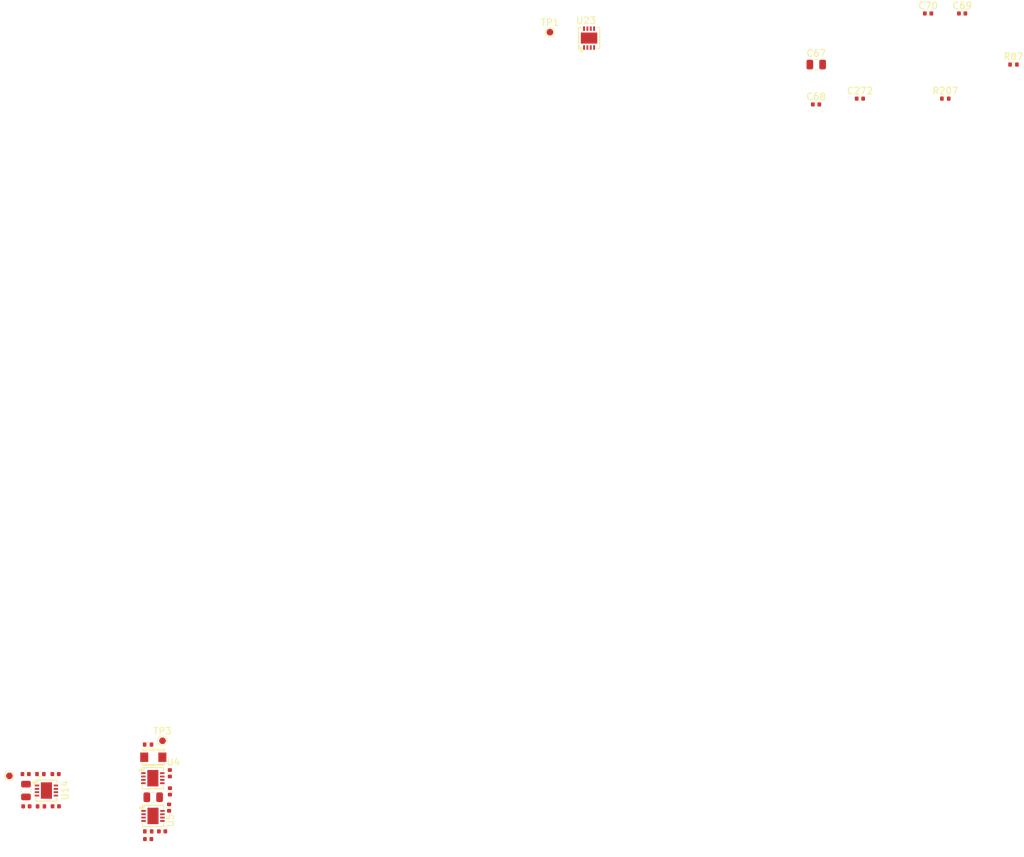
<source format=kicad_pcb>
(kicad_pcb (version 20221018) (generator pcbnew)
  (layers (0 "F.Cu" signal) (31 "B.Cu" signal) (34 "B.Paste" user) (35 "F.Paste" user) (36 "B.SilkS" user "B.Silkscreen") (37 "F.SilkS" user "F.Silkscreen") (38 "B.Mask" user) (39 "F.Mask" user) (44 "Edge.Cuts" user))
  (net 0 "")
  (net 1 "+1V8")
  (net 2 "GND")
  (net 3 "+1V5")
  (net 4 "Net-(U4-SET)")
  (net 5 "+3V3")
  (net 7 "+2V5")
  (net 9 "Net-(U14-SET)")
  (net 11 "+1V2")
  (net 12 "Net-(U23-SET)")
  (footprint "Capacitor_SMD:C_0402_1005Metric" (layer "F.Cu") (at 152.24 81.28)
    (fp_text reference "C272" (at 0 -1.16) (layer "F.SilkS"))
    (fp_text value "4.7n")
    (fp_line (start -0.107836 -0.36) (end 0.107836 -0.36) (stroke (width 0.12)) (layer "F.SilkS"))
    (fp_line (start -0.107836 0.36) (end 0.107836 0.36) (stroke (width 0.12)) (layer "F.SilkS"))
    (pad "1" smd roundrect (at -0.48 0) (size 0.56 0.62) (layers "F.Cu" "F.Paste" "F.Mask") (net 12 "Net-(U23-SET)"))
    (pad "2" smd roundrect (at 0.48 0) (size 0.56 0.62) (layers "F.Cu" "F.Paste" "F.Mask") (net 2 "GND"))
  )
  (footprint "Capacitor_SMD:C_0402_1005Metric" (layer "F.Cu") (at 46.14908 191.708465)
    (fp_text reference "C107" hide)
    (fp_text value "10n" hide)
    (fp_line (start -0.107836 -0.36) (end 0.107836 -0.36) (stroke (width 0.12)) (layer "F.SilkS"))
    (fp_line (start -0.107836 0.36) (end 0.107836 0.36) (stroke (width 0.12)) (layer "F.SilkS"))
    (pad "1" smd roundrect (at -0.48 0) (size 0.56 0.62) (layers "F.Cu" "F.Paste" "F.Mask") (net 4 "Net-(U4-SET)"))
    (pad "2" smd roundrect (at 0.48 0) (size 0.56 0.62) (layers "F.Cu" "F.Paste" "F.Mask") (net 2 "GND"))
  )
  (footprint "Capacitor_SMD:C_0805_2012Metric" (layer "F.Cu") (at 46.903202 185.470381)
    (fp_text reference "C136" hide)
    (fp_text value "47u" hide)
    (fp_line (start -0.261252 -0.735) (end 0.261252 -0.735) (stroke (width 0.12)) (layer "F.SilkS"))
    (fp_line (start -0.261252 0.735) (end 0.261252 0.735) (stroke (width 0.12)) (layer "F.SilkS"))
    (pad "1" smd roundrect (at -0.95 0) (size 1 1.45) (layers "F.Cu" "F.Paste" "F.Mask") (net 3 "+1V5"))
    (pad "2" smd roundrect (at 0.95 0) (size 1 1.45) (layers "F.Cu" "F.Paste" "F.Mask") (net 2 "GND"))
  )
  (footprint "Resistor_SMD:R_0402_1005Metric" (layer "F.Cu") (at 46.139357 177.616061)
    (fp_text reference "R20" hide)
    (fp_text value "1K" hide)
    (fp_line (start -0.153641 -0.38) (end 0.153641 -0.38) (stroke (width 0.12)) (layer "F.SilkS"))
    (fp_line (start -0.153641 0.38) (end 0.153641 0.38) (stroke (width 0.12)) (layer "F.SilkS"))
    (pad "1" smd roundrect (at -0.51 0) (size 0.54 0.64) (layers "F.Cu" "F.Paste" "F.Mask") (net 3 "+1V5"))
    (pad "2" smd roundrect (at 0.51 0) (size 0.54 0.64) (layers "F.Cu" "F.Paste" "F.Mask") (net 2 "GND"))
  )
  (footprint "Capacitor_SMD:C_0402_1005Metric" (layer "F.Cu") (at 28.005155 186.828565 180)
    (fp_text reference "C234" hide)
    (fp_text value "4.7n" hide)
    (fp_line (start -0.107836 -0.36) (end 0.107836 -0.36) (stroke (width 0.12)) (layer "F.SilkS"))
    (fp_line (start -0.107836 0.36) (end 0.107836 0.36) (stroke (width 0.12)) (layer "F.SilkS"))
    (pad "1" smd roundrect (at -0.48 0 180) (size 0.56 0.62) (layers "F.Cu" "F.Paste" "F.Mask") (net 9 "Net-(U14-SET)"))
    (pad "2" smd roundrect (at 0.48 0 180) (size 0.56 0.62) (layers "F.Cu" "F.Paste" "F.Mask") (net 2 "GND"))
  )
  (footprint "Capacitor_SMD:C_0402_1005Metric" (layer "F.Cu") (at 167.48 68.58)
    (fp_text reference "C69" (at 0 -1.16) (layer "F.SilkS"))
    (fp_text value "1u")
    (fp_line (start -0.107836 -0.36) (end 0.107836 -0.36) (stroke (width 0.12)) (layer "F.SilkS"))
    (fp_line (start -0.107836 0.36) (end 0.107836 0.36) (stroke (width 0.12)) (layer "F.SilkS"))
    (pad "1" smd roundrect (at -0.48 0) (size 0.56 0.62) (layers "F.Cu" "F.Paste" "F.Mask") (net 5 "+3V3"))
    (pad "2" smd roundrect (at 0.48 0) (size 0.56 0.62) (layers "F.Cu" "F.Paste" "F.Mask") (net 2 "GND"))
  )
  (footprint "Capacitor_SMD:C_0402_1005Metric" (layer "F.Cu") (at 145.706096 82.149422)
    (fp_text reference "C68" (at 0 -1.16) (layer "F.SilkS"))
    (fp_text value "2.2u")
    (fp_line (start -0.107836 -0.36) (end 0.107836 -0.36) (stroke (width 0.12)) (layer "F.SilkS"))
    (fp_line (start -0.107836 0.36) (end 0.107836 0.36) (stroke (width 0.12)) (layer "F.SilkS"))
    (pad "1" smd roundrect (at -0.48 0) (size 0.56 0.62) (layers "F.Cu" "F.Paste" "F.Mask") (net 11 "+1V2"))
    (pad "2" smd roundrect (at 0.48 0) (size 0.56 0.62) (layers "F.Cu" "F.Paste" "F.Mask") (net 2 "GND"))
  )
  (footprint "Resistor_SMD:R_0402_1005Metric" (layer "F.Cu") (at 30.179531 186.834608)
    (fp_text reference "R172" hide)
    (fp_text value "180K" hide)
    (fp_line (start -0.153641 -0.38) (end 0.153641 -0.38) (stroke (width 0.12)) (layer "F.SilkS"))
    (fp_line (start -0.153641 0.38) (end 0.153641 0.38) (stroke (width 0.12)) (layer "F.SilkS"))
    (pad "1" smd roundrect (at -0.51 0) (size 0.54 0.64) (layers "F.Cu" "F.Paste" "F.Mask") (net 9 "Net-(U14-SET)"))
    (pad "2" smd roundrect (at 0.51 0) (size 0.54 0.64) (layers "F.Cu" "F.Paste" "F.Mask") (net 2 "GND"))
  )
  (footprint "Capacitor_SMD:C_0402_1005Metric" (layer "F.Cu") (at 49.272728 187.015414 90)
    (fp_text reference "C8" hide)
    (fp_text value "1u" hide)
    (fp_line (start -0.107836 -0.36) (end 0.107836 -0.36) (stroke (width 0.12)) (layer "F.SilkS"))
    (fp_line (start -0.107836 0.36) (end 0.107836 0.36) (stroke (width 0.12)) (layer "F.SilkS"))
    (pad "1" smd roundrect (at -0.48 0 90) (size 0.56 0.62) (layers "F.Cu" "F.Paste" "F.Mask") (net 7 "+2V5"))
    (pad "2" smd roundrect (at 0.48 0 90) (size 0.56 0.62) (layers "F.Cu" "F.Paste" "F.Mask") (net 2 "GND"))
  )
  (footprint "TestPoint:TestPoint_Pad_D1.0mm" (layer "F.Cu") (at 48.291375 177.049574)
    (fp_text reference "TP3" (at 0 -1.448) (layer "F.SilkS"))
    (fp_text value "VCC1P5_DDR3" hide)
    (fp_circle (center 0 0) (end 0 0.7) (stroke (width 0.12)) (fill none) (layer "F.SilkS"))
    (pad "1" smd circle (at 0 0) (size 1 1) (layers "F.Cu" "F.Mask") (net 3 "+1V5"))
  )
  (footprint "Capacitor_SMD:C_0402_1005Metric" (layer "F.Cu") (at 162.4 68.58)
    (fp_text reference "C70" (at 0 -1.16) (layer "F.SilkS"))
    (fp_text value "1u")
    (fp_line (start -0.107836 -0.36) (end 0.107836 -0.36) (stroke (width 0.12)) (layer "F.SilkS"))
    (fp_line (start -0.107836 0.36) (end 0.107836 0.36) (stroke (width 0.12)) (layer "F.SilkS"))
    (pad "1" smd roundrect (at -0.48 0) (size 0.56 0.62) (layers "F.Cu" "F.Paste" "F.Mask") (net 7 "+2V5"))
    (pad "2" smd roundrect (at 0.48 0) (size 0.56 0.62) (layers "F.Cu" "F.Paste" "F.Mask") (net 2 "GND"))
  )
  (footprint "Resistor_SMD:R_0402_1005Metric" (layer "F.Cu") (at 164.97 81.28)
    (fp_text reference "R207" (at 0 -1.17) (layer "F.SilkS"))
    (fp_text value "2K")
    (fp_line (start -0.153641 -0.38) (end 0.153641 -0.38) (stroke (width 0.12)) (layer "F.SilkS"))
    (fp_line (start -0.153641 0.38) (end 0.153641 0.38) (stroke (width 0.12)) (layer "F.SilkS"))
    (pad "1" smd roundrect (at -0.51 0) (size 0.54 0.64) (layers "F.Cu" "F.Paste" "F.Mask") (net 12 "Net-(U23-SET)"))
    (pad "2" smd roundrect (at 0.51 0) (size 0.54 0.64) (layers "F.Cu" "F.Paste" "F.Mask") (net 2 "GND"))
  )
  (footprint "Resistor_SMD:R_0402_1005Metric" (layer "F.Cu") (at 30.094546 182.016375)
    (fp_text reference "R2" hide)
    (fp_text value "2K" hide)
    (fp_line (start -0.153641 -0.38) (end 0.153641 -0.38) (stroke (width 0.12)) (layer "F.SilkS"))
    (fp_line (start -0.153641 0.38) (end 0.153641 0.38) (stroke (width 0.12)) (layer "F.SilkS"))
    (pad "1" smd roundrect (at -0.51 0) (size 0.54 0.64) (layers "F.Cu" "F.Paste" "F.Mask") (net 1 "+1V8"))
    (pad "2" smd roundrect (at 0.51 0) (size 0.54 0.64) (layers "F.Cu" "F.Paste" "F.Mask") (net 2 "GND"))
  )
  (footprint "Capacitor_SMD:C_0402_1005Metric" (layer "F.Cu") (at 27.893292 182.016375 180)
    (fp_text reference "C54" hide)
    (fp_text value "2.2u" hide)
    (fp_line (start -0.107836 -0.36) (end 0.107836 -0.36) (stroke (width 0.12)) (layer "F.SilkS"))
    (fp_line (start -0.107836 0.36) (end 0.107836 0.36) (stroke (width 0.12)) (layer "F.SilkS"))
    (pad "1" smd roundrect (at -0.48 0 180) (size 0.56 0.62) (layers "F.Cu" "F.Paste" "F.Mask") (net 1 "+1V8"))
    (pad "2" smd roundrect (at 0.48 0 180) (size 0.56 0.62) (layers "F.Cu" "F.Paste" "F.Mask") (net 2 "GND"))
  )
  (footprint "TestPoint:TestPoint_Pad_D1.0mm" (layer "F.Cu") (at 25.466954 182.286192)
    (fp_text reference "TP2" hide)
    (fp_text value "VCC1P8" hide)
    (fp_circle (center 0 0) (end 0 0.7) (stroke (width 0.12)) (fill none) (layer "F.SilkS"))
    (pad "1" smd circle (at 0 0) (size 1 1) (layers "F.Cu" "F.Mask") (net 1 "+1V8"))
  )
  (footprint "LCSC:DFN-8_L3.0-W3.0-P0.50-BL-EP" (layer "F.Cu") (at 30.988198 184.469857 -90)
    (fp_text reference "U14" (at -0.018444 -2.778767 90) (layer "F.SilkS"))
    (fp_text value "LT3080EDD-PBF" hide)
    (fp_line (start -1.58 -1.58) (end -1.58 -1.58) (stroke (width 0.15)) (layer "F.SilkS"))
    (fp_line (start -1.58 -1.58) (end -1.08 -1.58) (stroke (width 0.15)) (layer "F.SilkS"))
    (fp_line (start -1.58 1.58) (end -1.58 -1.58) (stroke (width 0.15)) (layer "F.SilkS"))
    (fp_line (start -1.58 1.58) (end -1.58 1.58) (stroke (width 0.15)) (layer "F.SilkS"))
    (fp_line (start -1.08 1.58) (end -1.58 1.08) (stroke (width 0.15)) (layer "F.SilkS"))
    (fp_line (start -1.08 1.58) (end -1.58 1.58) (stroke (width 0.15)) (layer "F.SilkS"))
    (fp_line (start -1.08 1.58) (end -1.08 1.58) (stroke (width 0.15)) (layer "F.SilkS"))
    (fp_line (start 1.08 1.58) (end 1.58 1.58) (stroke (width 0.15)) (layer "F.SilkS"))
    (fp_line (start 1.58 -1.58) (end 1.08 -1.58) (stroke (width 0.15)) (layer "F.SilkS"))
    (fp_line (start 1.58 -1.58) (end 1.58 -1.58) (stroke (width 0.15)) (layer "F.SilkS"))
    (fp_line (start 1.58 1.58) (end 1.58 -1.58) (stroke (width 0.15)) (layer "F.SilkS"))
    (fp_line (start 1.58 1.58) (end 1.58 1.58) (stroke (width 0.15)) (layer "F.SilkS"))
    (fp_circle (center -1.18 1.86) (end -1.11 1.86) (stroke (width 0.15)) (fill none) (layer "F.SilkS"))
    (pad "1" smd rect (at -0.75 1.41 270) (size 0.28 0.66) (layers "F.Cu" "F.Paste" "F.Mask") (net 1 "+1V8"))
    (pad "2" smd rect (at -0.25 1.41 270) (size 0.28 0.66) (layers "F.Cu" "F.Paste" "F.Mask") (net 1 "+1V8"))
    (pad "3" smd rect (at 0.25 1.41 270) (size 0.28 0.66) (layers "F.Cu" "F.Paste" "F.Mask") (net 1 "+1V8"))
    (pad "4" smd rect (at 0.75 1.41 270) (size 0.28 0.66) (layers "F.Cu" "F.Paste" "F.Mask") (net 9 "Net-(U14-SET)"))
    (pad "5" smd rect (at 0.75 -1.41 270) (size 0.28 0.66) (layers "F.Cu" "F.Paste" "F.Mask") (net 5 "+3V3"))
    (pad "6" smd rect (at 0.25 -1.41 270) (size 0.28 0.66) (layers "F.Cu" "F.Paste" "F.Mask"))
    (pad "7" smd rect (at -0.25 -1.41 270) (size 0.28 0.66) (layers "F.Cu" "F.Paste" "F.Mask") (net 7 "+2V5"))
    (pad "8" smd rect (at -0.75 -1.41 270) (size 0.28 0.66) (layers "F.Cu" "F.Paste" "F.Mask") (net 7 "+2V5"))
    (pad "9" smd rect (at 0 0 270) (size 2.45 1.65) (layers "F.Cu" "F.Paste" "F.Mask") (net 1 "+1V8"))
  )
  (footprint "easyeda2kicad:CAP-SMD_L3.2-W1.6" (layer "F.Cu") (at 46.915295 179.504688)
    (fp_text reference "C13" hide)
    (fp_text value "T520A107M006ATE070" hide)
    (fp_line (start -1.6 -1.14) (end -1.6 -0.93) (stroke (width 0.25)) (layer "F.SilkS"))
    (fp_line (start -1.6 -1.14) (end 1.6 -1.14) (stroke (width 0.25)) (layer "F.SilkS"))
    (fp_line (start -1.6 0.93) (end -1.6 1.14) (stroke (width 0.25)) (layer "F.SilkS"))
    (fp_line (start -1.6 1.14) (end -0.13 1.14) (stroke (width 0.25)) (layer "F.SilkS"))
    (fp_line (start -0.13 1.14) (end -0.13 1.14) (stroke (width 0.25)) (layer "F.SilkS"))
    (fp_line (start -0.13 1.14) (end 1.6 1.14) (stroke (width 0.25)) (layer "F.SilkS"))
    (fp_line (start 1.6 -1.14) (end 1.6 -0.93) (stroke (width 0.25)) (layer "F.SilkS"))
    (fp_line (start 1.6 0.93) (end 1.6 1.14) (stroke (width 0.25)) (layer "F.SilkS"))
    (pad "1" smd rect (at -1.35 0) (size 1.2 1.4) (layers "F.Cu" "F.Paste" "F.Mask") (net 3 "+1V5"))
    (pad "2" smd rect (at 1.35 0) (size 1.2 1.4) (layers "F.Cu" "F.Paste" "F.Mask") (net 2 "GND"))
  )
  (footprint "Capacitor_SMD:C_0402_1005Metric" (layer "F.Cu") (at 49.386147 181.895839 90)
    (fp_text reference "C2" hide)
    (fp_text value "1u" hide)
    (fp_line (start -0.107836 -0.36) (end 0.107836 -0.36) (stroke (width 0.12)) (layer "F.SilkS"))
    (fp_line (start -0.107836 0.36) (end 0.107836 0.36) (stroke (width 0.12)) (layer "F.SilkS"))
    (pad "1" smd roundrect (at -0.48 0 90) (size 0.56 0.62) (layers "F.Cu" "F.Paste" "F.Mask") (net 7 "+2V5"))
    (pad "2" smd roundrect (at 0.48 0 90) (size 0.56 0.62) (layers "F.Cu" "F.Paste" "F.Mask") (net 2 "GND"))
  )
  (footprint "LCSC:DFN-8_L3.0-W3.0-P0.50-BL-EP" (layer "F.Cu") (at 46.873075 188.257236 -90)
    (fp_text reference "U5" (at 0.675095 -2.577642 90) (layer "F.SilkS"))
    (fp_text value "LT3080EDD-PBF" hide)
    (fp_line (start -1.58 -1.58) (end -1.58 -1.58) (stroke (width 0.15)) (layer "F.SilkS"))
    (fp_line (start -1.58 -1.58) (end -1.08 -1.58) (stroke (width 0.15)) (layer "F.SilkS"))
    (fp_line (start -1.58 1.58) (end -1.58 -1.58) (stroke (width 0.15)) (layer "F.SilkS"))
    (fp_line (start -1.58 1.58) (end -1.58 1.58) (stroke (width 0.15)) (layer "F.SilkS"))
    (fp_line (start -1.08 1.58) (end -1.58 1.08) (stroke (width 0.15)) (layer "F.SilkS"))
    (fp_line (start -1.08 1.58) (end -1.58 1.58) (stroke (width 0.15)) (layer "F.SilkS"))
    (fp_line (start -1.08 1.58) (end -1.08 1.58) (stroke (width 0.15)) (layer "F.SilkS"))
    (fp_line (start 1.08 1.58) (end 1.58 1.58) (stroke (width 0.15)) (layer "F.SilkS"))
    (fp_line (start 1.58 -1.58) (end 1.08 -1.58) (stroke (width 0.15)) (layer "F.SilkS"))
    (fp_line (start 1.58 -1.58) (end 1.58 -1.58) (stroke (width 0.15)) (layer "F.SilkS"))
    (fp_line (start 1.58 1.58) (end 1.58 -1.58) (stroke (width 0.15)) (layer "F.SilkS"))
    (fp_line (start 1.58 1.58) (end 1.58 1.58) (stroke (width 0.15)) (layer "F.SilkS"))
    (fp_circle (center -1.18 1.86) (end -1.11 1.86) (stroke (width 0.15)) (fill none) (layer "F.SilkS"))
    (pad "1" smd rect (at -0.75 1.41 270) (size 0.28 0.66) (layers "F.Cu" "F.Paste" "F.Mask") (net 3 "+1V5"))
    (pad "2" smd rect (at -0.25 1.41 270) (size 0.28 0.66) (layers "F.Cu" "F.Paste" "F.Mask") (net 3 "+1V5"))
    (pad "3" smd rect (at 0.25 1.41 270) (size 0.28 0.66) (layers "F.Cu" "F.Paste" "F.Mask") (net 3 "+1V5"))
    (pad "4" smd rect (at 0.75 1.41 270) (size 0.28 0.66) (layers "F.Cu" "F.Paste" "F.Mask") (net 4 "Net-(U4-SET)"))
    (pad "5" smd rect (at 0.75 -1.41 270) (size 0.28 0.66) (layers "F.Cu" "F.Paste" "F.Mask") (net 5 "+3V3"))
    (pad "6" smd rect (at 0.25 -1.41 270) (size 0.28 0.66) (layers "F.Cu" "F.Paste" "F.Mask"))
    (pad "7" smd rect (at -0.25 -1.41 270) (size 0.28 0.66) (layers "F.Cu" "F.Paste" "F.Mask") (net 7 "+2V5"))
    (pad "8" smd rect (at -0.75 -1.41 270) (size 0.28 0.66) (layers "F.Cu" "F.Paste" "F.Mask") (net 7 "+2V5"))
    (pad "9" smd rect (at 0 0 270) (size 2.45 1.65) (layers "F.Cu" "F.Paste" "F.Mask") (net 3 "+1V5"))
  )
  (footprint "Resistor_SMD:R_0402_1005Metric" (layer "F.Cu") (at 175.13 76.2)
    (fp_text reference "R87" (at 0 -1.17) (layer "F.SilkS"))
    (fp_text value "2K")
    (fp_line (start -0.153641 -0.38) (end 0.153641 -0.38) (stroke (width 0.12)) (layer "F.SilkS"))
    (fp_line (start -0.153641 0.38) (end 0.153641 0.38) (stroke (width 0.12)) (layer "F.SilkS"))
    (pad "1" smd roundrect (at -0.51 0) (size 0.54 0.64) (layers "F.Cu" "F.Paste" "F.Mask") (net 11 "+1V2"))
    (pad "2" smd roundrect (at 0.51 0) (size 0.54 0.64) (layers "F.Cu" "F.Paste" "F.Mask") (net 2 "GND"))
  )
  (footprint "TestPoint:TestPoint_Pad_D1.0mm" (layer "F.Cu") (at 106.04 71.37)
    (fp_text reference "TP1" (at 0 -1.448) (layer "F.SilkS"))
    (fp_text value "VCC1P2")
    (fp_circle (center 0 0) (end 0 0.7) (stroke (width 0.12)) (fill none) (layer "F.SilkS"))
    (pad "1" smd circle (at 0 0) (size 1 1) (layers "F.Cu" "F.Mask") (net 11 "+1V2"))
  )
  (footprint "Capacitor_SMD:C_0805_2012Metric" (layer "F.Cu") (at 145.73 76.2)
    (fp_text reference "C67" (at 0 -1.68) (layer "F.SilkS"))
    (fp_text value "22u")
    (fp_line (start -0.261252 -0.735) (end 0.261252 -0.735) (stroke (width 0.12)) (layer "F.SilkS"))
    (fp_line (start -0.261252 0.735) (end 0.261252 0.735) (stroke (width 0.12)) (layer "F.SilkS"))
    (pad "1" smd roundrect (at -0.95 0) (size 1 1.45) (layers "F.Cu" "F.Paste" "F.Mask") (net 11 "+1V2"))
    (pad "2" smd roundrect (at 0.95 0) (size 1 1.45) (layers "F.Cu" "F.Paste" "F.Mask") (net 2 "GND"))
  )
  (footprint "LCSC:DFN-8_L3.0-W3.0-P0.50-BL-EP" (layer "F.Cu") (at 111.87 72.25)
    (fp_text reference "U23" (at -0.44238 -2.605434) (layer "F.SilkS"))
    (fp_text value "LT3080EDD-PBF" hide)
    (fp_line (start -1.58 -1.58) (end -1.58 -1.58) (stroke (width 0.15)) (layer "F.SilkS"))
    (fp_line (start -1.58 -1.58) (end -1.08 -1.58) (stroke (width 0.15)) (layer "F.SilkS"))
    (fp_line (start -1.58 1.58) (end -1.58 -1.58) (stroke (width 0.15)) (layer "F.SilkS"))
    (fp_line (start -1.58 1.58) (end -1.58 1.58) (stroke (width 0.15)) (layer "F.SilkS"))
    (fp_line (start -1.08 1.58) (end -1.58 1.08) (stroke (width 0.15)) (layer "F.SilkS"))
    (fp_line (start -1.08 1.58) (end -1.58 1.58) (stroke (width 0.15)) (layer "F.SilkS"))
    (fp_line (start -1.08 1.58) (end -1.08 1.58) (stroke (width 0.15)) (layer "F.SilkS"))
    (fp_line (start 1.08 1.58) (end 1.58 1.58) (stroke (width 0.15)) (layer "F.SilkS"))
    (fp_line (start 1.58 -1.58) (end 1.08 -1.58) (stroke (width 0.15)) (layer "F.SilkS"))
    (fp_line (start 1.58 -1.58) (end 1.58 -1.58) (stroke (width 0.15)) (layer "F.SilkS"))
    (fp_line (start 1.58 1.58) (end 1.58 -1.58) (stroke (width 0.15)) (layer "F.SilkS"))
    (fp_line (start 1.58 1.58) (end 1.58 1.58) (stroke (width 0.15)) (layer "F.SilkS"))
    (fp_circle (center -1.18 1.86) (end -1.11 1.86) (stroke (width 0.15)) (fill none) (layer "F.SilkS"))
    (pad "1" smd rect (at -0.75 1.41) (size 0.28 0.66) (layers "F.Cu" "F.Paste" "F.Mask") (net 11 "+1V2"))
    (pad "2" smd rect (at -0.25 1.41) (size 0.28 0.66) (layers "F.Cu" "F.Paste" "F.Mask") (net 11 "+1V2"))
    (pad "3" smd rect (at 0.25 1.41) (size 0.28 0.66) (layers "F.Cu" "F.Paste" "F.Mask") (net 11 "+1V2"))
    (pad "4" smd rect (at 0.75 1.41) (size 0.28 0.66) (layers "F.Cu" "F.Paste" "F.Mask") (net 12 "Net-(U23-SET)"))
    (pad "5" smd rect (at 0.75 -1.41) (size 0.28 0.66) (layers "F.Cu" "F.Paste" "F.Mask") (net 5 "+3V3"))
    (pad "6" smd rect (at 0.25 -1.41) (size 0.28 0.66) (layers "F.Cu" "F.Paste" "F.Mask"))
    (pad "7" smd rect (at -0.25 -1.41) (size 0.28 0.66) (layers "F.Cu" "F.Paste" "F.Mask") (net 7 "+2V5"))
    (pad "8" smd rect (at -0.75 -1.41) (size 0.28 0.66) (layers "F.Cu" "F.Paste" "F.Mask") (net 7 "+2V5"))
    (pad "9" smd rect (at 0 0) (size 2.45 1.65) (layers "F.Cu" "F.Paste" "F.Mask") (net 11 "+1V2"))
  )
  (footprint "Capacitor_SMD:C_0402_1005Metric" (layer "F.Cu") (at 32.379299 186.822523 180)
    (fp_text reference "C46" hide)
    (fp_text value "1u" hide)
    (fp_line (start -0.107836 -0.36) (end 0.107836 -0.36) (stroke (width 0.12)) (layer "F.SilkS"))
    (fp_line (start -0.107836 0.36) (end 0.107836 0.36) (stroke (width 0.12)) (layer "F.SilkS"))
    (pad "1" smd roundrect (at -0.48 0 180) (size 0.56 0.62) (layers "F.Cu" "F.Paste" "F.Mask") (net 5 "+3V3"))
    (pad "2" smd roundrect (at 0.48 0 180) (size 0.56 0.62) (layers "F.Cu" "F.Paste" "F.Mask") (net 2 "GND"))
  )
  (footprint "Capacitor_SMD:C_0402_1005Metric" (layer "F.Cu") (at 32.354717 182.01554 180)
    (fp_text reference "C48" hide)
    (fp_text value "1u" hide)
    (fp_line (start -0.107836 -0.36) (end 0.107836 -0.36) (stroke (width 0.12)) (layer "F.SilkS"))
    (fp_line (start -0.107836 0.36) (end 0.107836 0.36) (stroke (width 0.12)) (layer "F.SilkS"))
    (pad "1" smd roundrect (at -0.48 0 180) (size 0.56 0.62) (layers "F.Cu" "F.Paste" "F.Mask") (net 7 "+2V5"))
    (pad "2" smd roundrect (at 0.48 0 180) (size 0.56 0.62) (layers "F.Cu" "F.Paste" "F.Mask") (net 2 "GND"))
  )
  (footprint "Capacitor_SMD:C_0402_1005Metric" (layer "F.Cu") (at 49.396035 184.599861 -90)
    (fp_text reference "C1" hide)
    (fp_text value "1u" hide)
    (fp_line (start -0.107836 -0.36) (end 0.107836 -0.36) (stroke (width 0.12)) (layer "F.SilkS"))
    (fp_line (start -0.107836 0.36) (end 0.107836 0.36) (stroke (width 0.12)) (layer "F.SilkS"))
    (pad "1" smd roundrect (at -0.48 0 270) (size 0.56 0.62) (layers "F.Cu" "F.Paste" "F.Mask") (net 5 "+3V3"))
    (pad "2" smd roundrect (at 0.48 0 270) (size 0.56 0.62) (layers "F.Cu" "F.Paste" "F.Mask") (net 2 "GND"))
  )
  (footprint "Capacitor_SMD:C_0402_1005Metric" (layer "F.Cu") (at 48.231096 190.559689 180)
    (fp_text reference "C4" hide)
    (fp_text value "1u" hide)
    (fp_line (start -0.107836 -0.36) (end 0.107836 -0.36) (stroke (width 0.12)) (layer "F.SilkS"))
    (fp_line (start -0.107836 0.36) (end 0.107836 0.36) (stroke (width 0.12)) (layer "F.SilkS"))
    (pad "1" smd roundrect (at -0.48 0 180) (size 0.56 0.62) (layers "F.Cu" "F.Paste" "F.Mask") (net 5 "+3V3"))
    (pad "2" smd roundrect (at 0.48 0 180) (size 0.56 0.62) (layers "F.Cu" "F.Paste" "F.Mask") (net 2 "GND"))
  )
  (footprint "Resistor_SMD:R_0402_1005Metric" (layer "F.Cu") (at 46.165346 190.566556)
    (fp_text reference "R133" hide)
    (fp_text value "75K" hide)
    (fp_line (start -0.153641 -0.38) (end 0.153641 -0.38) (stroke (width 0.12)) (layer "F.SilkS"))
    (fp_line (start -0.153641 0.38) (end 0.153641 0.38) (stroke (width 0.12)) (layer "F.SilkS"))
    (pad "1" smd roundrect (at -0.51 0) (size 0.54 0.64) (layers "F.Cu" "F.Paste" "F.Mask") (net 4 "Net-(U4-SET)"))
    (pad "2" smd roundrect (at 0.51 0) (size 0.54 0.64) (layers "F.Cu" "F.Paste" "F.Mask") (net 2 "GND"))
  )
  (footprint "Capacitor_SMD:C_0805_2012Metric" (layer "F.Cu") (at 27.94 184.47 -90)
    (fp_text reference "C53" hide)
    (fp_text value "22u" hide)
    (fp_line (start -0.261252 -0.735) (end 0.261252 -0.735) (stroke (width 0.12)) (layer "F.SilkS"))
    (fp_line (start -0.261252 0.735) (end 0.261252 0.735) (stroke (width 0.12)) (layer "F.SilkS"))
    (pad "1" smd roundrect (at -0.95 0 270) (size 1 1.45) (layers "F.Cu" "F.Paste" "F.Mask") (net 1 "+1V8"))
    (pad "2" smd roundrect (at 0.95 0 270) (size 1 1.45) (layers "F.Cu" "F.Paste" "F.Mask") (net 2 "GND"))
  )
  (footprint "LCSC:DFN-8_L3.0-W3.0-P0.50-BL-EP" (layer "F.Cu") (at 46.85 182.63 -90)
    (fp_text reference "U4" (at -2.39539 -3.050337 -180) (layer "F.SilkS"))
    (fp_text value "LT3080EDD-PBF" hide)
    (fp_line (start -1.58 -1.58) (end -1.58 -1.58) (stroke (width 0.15)) (layer "F.SilkS"))
    (fp_line (start -1.58 -1.58) (end -1.08 -1.58) (stroke (width 0.15)) (layer "F.SilkS"))
    (fp_line (start -1.58 1.58) (end -1.58 -1.58) (stroke (width 0.15)) (layer "F.SilkS"))
    (fp_line (start -1.58 1.58) (end -1.58 1.58) (stroke (width 0.15)) (layer "F.SilkS"))
    (fp_line (start -1.08 1.58) (end -1.58 1.08) (stroke (width 0.15)) (layer "F.SilkS"))
    (fp_line (start -1.08 1.58) (end -1.58 1.58) (stroke (width 0.15)) (layer "F.SilkS"))
    (fp_line (start -1.08 1.58) (end -1.08 1.58) (stroke (width 0.15)) (layer "F.SilkS"))
    (fp_line (start 1.08 1.58) (end 1.58 1.58) (stroke (width 0.15)) (layer "F.SilkS"))
    (fp_line (start 1.58 -1.58) (end 1.08 -1.58) (stroke (width 0.15)) (layer "F.SilkS"))
    (fp_line (start 1.58 -1.58) (end 1.58 -1.58) (stroke (width 0.15)) (layer "F.SilkS"))
    (fp_line (start 1.58 1.58) (end 1.58 -1.58) (stroke (width 0.15)) (layer "F.SilkS"))
    (fp_line (start 1.58 1.58) (end 1.58 1.58) (stroke (width 0.15)) (layer "F.SilkS"))
    (fp_circle (center -1.18 1.86) (end -1.11 1.86) (stroke (width 0.15)) (fill none) (layer "F.SilkS"))
    (pad "1" smd rect (at -0.75 1.41 270) (size 0.28 0.66) (layers "F.Cu" "F.Paste" "F.Mask") (net 3 "+1V5"))
    (pad "2" smd rect (at -0.25 1.41 270) (size 0.28 0.66) (layers "F.Cu" "F.Paste" "F.Mask") (net 3 "+1V5"))
    (pad "3" smd rect (at 0.25 1.41 270) (size 0.28 0.66) (layers "F.Cu" "F.Paste" "F.Mask") (net 3 "+1V5"))
    (pad "4" smd rect (at 0.75 1.41 270) (size 0.28 0.66) (layers "F.Cu" "F.Paste" "F.Mask") (net 4 "Net-(U4-SET)"))
    (pad "5" smd rect (at 0.75 -1.41 270) (size 0.28 0.66) (layers "F.Cu" "F.Paste" "F.Mask") (net 5 "+3V3"))
    (pad "6" smd rect (at 0.25 -1.41 270) (size 0.28 0.66) (layers "F.Cu" "F.Paste" "F.Mask"))
    (pad "7" smd rect (at -0.25 -1.41 270) (size 0.28 0.66) (layers "F.Cu" "F.Paste" "F.Mask") (net 7 "+2V5"))
    (pad "8" smd rect (at -0.75 -1.41 270) (size 0.28 0.66) (layers "F.Cu" "F.Paste" "F.Mask") (net 7 "+2V5"))
    (pad "9" smd rect (at 0 0 270) (size 2.45 1.65) (layers "F.Cu" "F.Paste" "F.Mask") (net 3 "+1V5"))
  )
)
</source>
